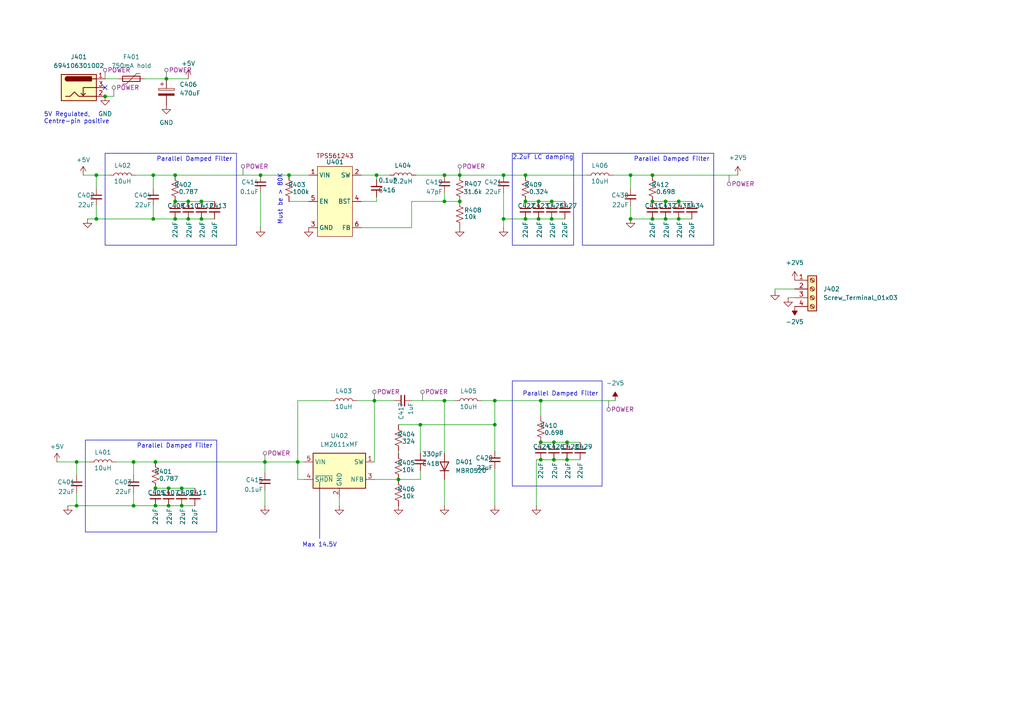
<source format=kicad_sch>
(kicad_sch (version 20250114) (generator "eeschema") (generator_version "9.0")
  (paper "A4")
  (lib_symbols
    (symbol "Connector:Barrel_Jack_Switch" (pin_names (hide yes))
      (property "Reference" "J" (at 0 5.334 0))
      (property "Value" "Barrel_Jack_Switch" (at 0 -5.08 0))
      (symbol "Barrel_Jack_Switch_0_1"
        (rectangle (start -5.08 3.81) (end 5.08 -3.81) (stroke (width 0.254)) (fill (type background)))
        (polyline (pts (xy -3.81 -2.54) (xy -2.54 -2.54) (xy -1.27 -1.27) (xy 0 -2.54) (xy 2.54 -2.54) (xy 5.08 -2.54)) (stroke (width 0.254)))
        (arc (start -3.302 1.905) (mid -3.9343 2.54) (end -3.302 3.175) (stroke (width 0.254)))
        (arc (start -3.302 1.905) (mid -3.9343 2.54) (end -3.302 3.175) (stroke (width 0.254)) (fill (type outline)))
        (polyline (pts (xy 1.27 -2.286) (xy 1.905 -1.651)) (stroke (width 0.254)))
        (rectangle (start 3.683 3.175) (end -3.302 1.905) (stroke (width 0.254)) (fill (type outline)))
        (polyline (pts (xy 5.08 2.54) (xy 3.81 2.54)) (stroke (width 0.254)))
        (polyline (pts (xy 5.08 0) (xy 1.27 0) (xy 1.27 -2.286) (xy 0.635 -1.651)) (stroke (width 0.254)))
      )
      (symbol "Barrel_Jack_Switch_1_1"
        (pin passive line (at 7.62 2.54 180) (length 2.54) (name "~") (number "1"))
        (pin passive line (at 7.62 0 180) (length 2.54) (name "~") (number "3"))
        (pin passive line (at 7.62 -2.54 180) (length 2.54) (name "~") (number "2"))
      )
    )
    (symbol "Connector:Screw_Terminal_01x04" (pin_names (offset 1.016) (hide yes))
      (property "Reference" "J" (at 0 5.08 0))
      (property "Value" "Screw_Terminal_01x04" (at 0 -7.62 0))
      (symbol "Screw_Terminal_01x04_1_1"
        (rectangle (start -1.27 3.81) (end 1.27 -6.35) (stroke (width 0.254)) (fill (type background)))
        (polyline (pts (xy -0.5334 2.8702) (xy 0.3302 2.032)) (stroke (width 0.1524)))
        (polyline (pts (xy -0.5334 0.3302) (xy 0.3302 -0.508)) (stroke (width 0.1524)))
        (polyline (pts (xy -0.5334 -2.2098) (xy 0.3302 -3.048)) (stroke (width 0.1524)))
        (polyline (pts (xy -0.5334 -4.7498) (xy 0.3302 -5.588)) (stroke (width 0.1524)))
        (polyline (pts (xy -0.3556 3.048) (xy 0.508 2.2098)) (stroke (width 0.1524)))
        (polyline (pts (xy -0.3556 0.508) (xy 0.508 -0.3302)) (stroke (width 0.1524)))
        (polyline (pts (xy -0.3556 -2.032) (xy 0.508 -2.8702)) (stroke (width 0.1524)))
        (polyline (pts (xy -0.3556 -4.572) (xy 0.508 -5.4102)) (stroke (width 0.1524)))
        (circle (center 0 2.54) (radius 0.635) (stroke (width 0.1524)))
        (circle (center 0 0) (radius 0.635) (stroke (width 0.1524)))
        (circle (center 0 -2.54) (radius 0.635) (stroke (width 0.1524)))
        (circle (center 0 -5.08) (radius 0.635) (stroke (width 0.1524)))
        (pin passive line (at -5.08 2.54 0) (length 3.81) (name "Pin_1") (number "1"))
        (pin passive line (at -5.08 0 0) (length 3.81) (name "Pin_2") (number "2"))
        (pin passive line (at -5.08 -2.54 0) (length 3.81) (name "Pin_3") (number "3"))
        (pin passive line (at -5.08 -5.08 0) (length 3.81) (name "Pin_4") (number "4"))
      )
    )
    (symbol "Device:C_Polarized" (pin_numbers (hide yes)) (pin_names (offset 0.254))
      (property "Reference" "C" (at 0.635 2.54 0))
      (property "Value" "C_Polarized" (at 0.635 -2.54 0))
      (symbol "C_Polarized_0_1"
        (rectangle (start -2.286 0.508) (end 2.286 1.016))
        (polyline (pts (xy -1.778 2.286) (xy -0.762 2.286)))
        (polyline (pts (xy -1.27 2.794) (xy -1.27 1.778)))
        (rectangle (start 2.286 -0.508) (end -2.286 -1.016) (fill (type outline)))
      )
      (symbol "C_Polarized_1_1"
        (pin passive line (at 0 3.81 270) (length 2.794) (name "~") (number "1"))
        (pin passive line (at 0 -3.81 90) (length 2.794) (name "~") (number "2"))
      )
    )
    (symbol "Device:C_Small" (pin_numbers (hide yes)) (pin_names (offset 0.254) (hide yes))
      (property "Reference" "C" (at 0.254 1.778 0))
      (property "Value" "C_Small" (at 0.254 -2.032 0))
      (symbol "C_Small_0_1"
        (polyline (pts (xy -1.524 0.508) (xy 1.524 0.508)) (stroke (width 0.3048)))
        (polyline (pts (xy -1.524 -0.508) (xy 1.524 -0.508)) (stroke (width 0.3302)))
      )
      (symbol "C_Small_1_1"
        (pin passive line (at 0 2.54 270) (length 2.032) (name "~") (number "1"))
        (pin passive line (at 0 -2.54 90) (length 2.032) (name "~") (number "2"))
      )
    )
    (symbol "Device:D" (pin_numbers (hide yes)) (pin_names (offset 1.016) (hide yes))
      (property "Reference" "D" (at 0 2.54 0))
      (property "Value" "D" (at 0 -2.54 0))
      (symbol "D_0_1"
        (polyline (pts (xy -1.27 1.27) (xy -1.27 -1.27)) (stroke (width 0.254)))
        (polyline (pts (xy 1.27 1.27) (xy 1.27 -1.27) (xy -1.27 0) (xy 1.27 1.27)) (stroke (width 0.254)))
        (polyline (pts (xy 1.27 0) (xy -1.27 0)))
      )
      (symbol "D_1_1"
        (pin passive line (at -3.81 0 0) (length 2.54) (name "K") (number "1"))
        (pin passive line (at 3.81 0 180) (length 2.54) (name "A") (number "2"))
      )
    )
    (symbol "Device:L" (pin_numbers (hide yes)) (pin_names (offset 1.016) (hide yes))
      (property "Reference" "L" (at -1.27 0 90))
      (property "Value" "L" (at 1.905 0 90))
      (symbol "L_0_1"
        (arc (start 0 2.54) (mid 0.6323 1.905) (end 0 1.27))
        (arc (start 0 1.27) (mid 0.6323 0.635) (end 0 0))
        (arc (start 0 0) (mid 0.6323 -0.635) (end 0 -1.27))
        (arc (start 0 -1.27) (mid 0.6323 -1.905) (end 0 -2.54))
      )
      (symbol "L_1_1"
        (pin passive line (at 0 3.81 270) (length 1.27) (name "1") (number "1"))
        (pin passive line (at 0 -3.81 90) (length 1.27) (name "2") (number "2"))
      )
    )
    (symbol "Device:Polyfuse" (pin_numbers (hide yes)) (pin_names (offset 0))
      (property "Reference" "F" (at -2.54 0 90))
      (property "Value" "Polyfuse" (at 2.54 0 90))
      (symbol "Polyfuse_0_1"
        (polyline (pts (xy -1.524 2.54) (xy -1.524 1.524) (xy 1.524 -1.524) (xy 1.524 -2.54)))
        (rectangle (start -0.762 2.54) (end 0.762 -2.54) (stroke (width 0.254)))
        (polyline (pts (xy 0 2.54) (xy 0 -2.54)))
      )
      (symbol "Polyfuse_1_1"
        (pin passive line (at 0 3.81 270) (length 1.27) (name "~") (number "1"))
        (pin passive line (at 0 -3.81 90) (length 1.27) (name "~") (number "2"))
      )
    )
    (symbol "Device:R_US" (pin_numbers (hide yes)) (pin_names (offset 0))
      (property "Reference" "R" (at 2.54 0 90))
      (property "Value" "R_US" (at -2.54 0 90))
      (symbol "R_US_0_1"
        (polyline (pts (xy 0 2.286) (xy 0 2.54)))
        (polyline (pts (xy 0 2.286) (xy 1.016 1.905) (xy 0 1.524) (xy -1.016 1.143) (xy 0 0.762)))
        (polyline (pts (xy 0 0.762) (xy 1.016 0.381) (xy 0 0) (xy -1.016 -0.381) (xy 0 -0.762)))
        (polyline (pts (xy 0 -0.762) (xy 1.016 -1.143) (xy 0 -1.524) (xy -1.016 -1.905) (xy 0 -2.286)))
        (polyline (pts (xy 0 -2.286) (xy 0 -2.54)))
      )
      (symbol "R_US_1_1"
        (pin passive line (at 0 3.81 270) (length 1.27) (name "~") (number "1"))
        (pin passive line (at 0 -3.81 90) (length 1.27) (name "~") (number "2"))
      )
    )
    (symbol "Regulator_Switching:LM2611xMF"
      (property "Reference" "U" (at -7.62 6.35 0))
      (property "Value" "LM2611xMF" (at 7.62 6.35 0))
      (symbol "LM2611xMF_0_1"
        (rectangle (start -7.62 5.08) (end 7.62 -5.08) (stroke (width 0.254)) (fill (type background)))
      )
      (symbol "LM2611xMF_1_1"
        (pin power_in line (at -10.16 2.54 0) (length 2.54) (name "VIN") (number "5"))
        (pin input line (at -10.16 -2.54 0) (length 2.54) (name "~{SHDN}") (number "4"))
        (pin power_in line (at 0 -7.62 90) (length 2.54) (name "GND") (number "2"))
        (pin open_collector line (at 10.16 2.54 180) (length 2.54) (name "SW") (number "1"))
        (pin input line (at 10.16 -2.54 180) (length 2.54) (name "NFB") (number "3"))
      )
    )
    (symbol "avswitch:TPS561243"
      (property "Reference" "U" (at -4.572 11.176 0))
      (symbol "TPS561243_1_1"
        (rectangle (start -5.08 10.16) (end 5.08 -10.16) (fill (type background)))
        (text "TPS561243" (at 0 13.208 0) (effects (font (size 1.27 1.27))))
        (pin power_in line (at -7.62 7.62 0) (length 2.54) (name "VIN") (number "1"))
        (pin input line (at -7.62 0 0) (length 2.54) (name "EN") (number "5"))
        (pin power_in line (at -7.62 -7.62 0) (length 2.54) (name "GND") (number "3"))
        (pin power_out line (at 7.62 7.62 180) (length 2.54) (name "SW") (number "2"))
        (pin output line (at 7.62 0 180) (length 2.54) (name "BST") (number "4"))
        (pin input line (at 7.62 -7.62 180) (length 2.54) (name "FB") (number "6"))
      )
    )
    (symbol "power:+2V5" (power) (pin_numbers (hide yes)) (pin_names (offset 0) (hide yes))
      (property "Value" "+2V5" (at 0 3.556 0))
      (symbol "+2V5_0_1"
        (polyline (pts (xy -0.762 1.27) (xy 0 2.54)))
        (polyline (pts (xy 0 2.54) (xy 0.762 1.27)))
        (polyline (pts (xy 0 0) (xy 0 2.54)))
      )
      (symbol "+2V5_1_1"
        (pin power_in line (at 0 0 90) (length 0) (name "~") (number "1"))
      )
    )
    (symbol "power:+5V" (power) (pin_numbers (hide yes)) (pin_names (offset 0) (hide yes))
      (property "Value" "+5V" (at 0 3.556 0))
      (symbol "+5V_0_1"
        (polyline (pts (xy -0.762 1.27) (xy 0 2.54)))
        (polyline (pts (xy 0 2.54) (xy 0.762 1.27)))
        (polyline (pts (xy 0 0) (xy 0 2.54)))
      )
      (symbol "+5V_1_1"
        (pin power_in line (at 0 0 90) (length 0) (name "~") (number "1"))
      )
    )
    (symbol "power:-2V5" (power) (pin_numbers (hide yes)) (pin_names (offset 0) (hide yes))
      (property "Value" "-2V5" (at 0 3.556 0))
      (symbol "-2V5_0_0"
        (pin power_in line (at 0 0 90) (length 0) (name "~") (number "1"))
      )
      (symbol "-2V5_0_1"
        (polyline (pts (xy 0 0) (xy 0 1.27) (xy 0.762 1.27) (xy 0 2.54) (xy -0.762 1.27) (xy 0 1.27)) (fill (type outline)))
      )
    )
    (symbol "power:GND" (power) (pin_numbers (hide yes)) (pin_names (offset 0) (hide yes))
      (property "Value" "GND" (at 0 -3.81 0))
      (symbol "GND_0_1"
        (polyline (pts (xy 0 0) (xy 0 -1.27) (xy 1.27 -1.27) (xy 0 -2.54) (xy -1.27 -1.27) (xy 0 -1.27)))
      )
      (symbol "GND_1_1"
        (pin power_in line (at 0 0 270) (length 0) (name "~") (number "1"))
      )
    )
  )
  (rectangle (start 148.59 44.45) (end 166.37 71.12))
  (rectangle (start 24.765 127.635) (end 62.865 154.305))
  (rectangle (start 168.91 44.45) (end 207.01 71.12))
  (rectangle (start 148.59 110.49) (end 174.625 140.97))
  (rectangle (start 30.48 44.45) (end 68.58 71.12))
  (text "Parallel Damped Filter" (at 194.818 46.228 0) (effects (font (size 1.27 1.27))))
  (text "2.2uF LC damping" (at 157.48 45.72 0) (effects (font (size 1.27 1.27))))
  (text "Parallel Damped Filter" (at 162.56 114.3 0) (effects (font (size 1.27 1.27))))
  (text "Max 14.5V" (at 92.71 158.115 0) (effects (font (size 1.27 1.27))))
  (text "Parallel Damped Filter" (at 56.388 46.228 0) (effects (font (size 1.27 1.27))))
  (text "Must be > 80K" (at 81.28 57.785 90) (effects (font (size 1.27 1.27))))
  (text "5V Regulated,\nCentre-pin positive" (at 12.7 34.29 0) (effects (font (size 1.27 1.27)) (justify left)))
  (text "Parallel Damped Filter" (at 50.673 129.413 0) (effects (font (size 1.27 1.27))))
  (junction (at 45.085 133.985))
  (junction (at 193.04 63.5))
  (junction (at 109.22 50.8))
  (junction (at 128.905 50.8))
  (junction (at 156.21 63.5))
  (junction (at 75.565 50.8))
  (junction (at 50.8 63.5))
  (junction (at 143.51 123.19))
  (junction (at 22.225 146.685))
  (junction (at 52.705 141.605))
  (junction (at 58.42 63.5))
  (junction (at 27.94 63.5))
  (junction (at 164.465 128.27))
  (junction (at 133.35 50.8))
  (junction (at 160.655 128.27))
  (junction (at 152.4 50.8))
  (junction (at 152.4 63.5))
  (junction (at 156.845 133.35))
  (junction (at 146.05 50.8))
  (junction (at 196.85 63.5))
  (junction (at 108.585 116.205))
  (junction (at 160.02 58.42))
  (junction (at 121.92 123.19))
  (junction (at 164.465 133.35))
  (junction (at 133.35 58.42))
  (junction (at 48.26 22.86))
  (junction (at 156.21 58.42))
  (junction (at 48.895 141.605))
  (junction (at 182.88 63.5))
  (junction (at 156.845 128.27))
  (junction (at 146.05 63.5))
  (junction (at 27.94 50.8))
  (junction (at 58.42 58.42))
  (junction (at 48.895 146.685))
  (junction (at 50.8 50.8))
  (junction (at 54.61 63.5))
  (junction (at 189.23 58.42))
  (junction (at 115.57 139.065))
  (junction (at 44.45 50.8))
  (junction (at 196.85 58.42))
  (junction (at 193.04 58.42))
  (junction (at 189.23 63.5))
  (junction (at 86.36 133.985))
  (junction (at 30.48 27.94))
  (junction (at 128.905 116.205))
  (junction (at 128.905 58.42))
  (junction (at 189.23 50.8))
  (junction (at 182.88 50.8))
  (junction (at 44.45 63.5))
  (junction (at 38.735 146.685))
  (junction (at 50.8 58.42))
  (junction (at 45.085 141.605))
  (junction (at 83.82 50.8))
  (junction (at 152.4 58.42))
  (junction (at 52.705 146.685))
  (junction (at 45.085 146.685))
  (junction (at 76.835 133.985))
  (junction (at 156.845 116.205))
  (junction (at 160.655 133.35))
  (junction (at 22.225 133.985))
  (junction (at 54.61 58.42))
  (junction (at 160.02 63.5))
  (junction (at 143.51 116.205))
  (junction (at 38.735 133.985))
  (no_connect (at 30.48 25.4))
  (wire (pts (xy 156.845 116.205) (xy 178.435 116.205)))
  (wire (pts (xy 86.36 116.205) (xy 95.885 116.205)))
  (wire (pts (xy 193.04 63.5) (xy 196.85 63.5)))
  (wire (pts (xy 76.835 142.24) (xy 76.835 146.685)))
  (wire (pts (xy 98.425 144.145) (xy 98.425 146.685)))
  (wire (pts (xy 182.88 59.69) (xy 182.88 63.5)))
  (wire (pts (xy 119.38 66.04) (xy 119.38 58.42)))
  (wire (pts (xy 33.655 133.985) (xy 38.735 133.985)))
  (wire (pts (xy 52.705 146.685) (xy 56.515 146.685)))
  (wire (pts (xy 121.92 123.19) (xy 143.51 123.19)))
  (wire (pts (xy 108.585 139.065) (xy 115.57 139.065)))
  (wire (pts (xy 39.37 50.8) (xy 44.45 50.8)))
  (wire (pts (xy 152.4 58.42) (xy 156.21 58.42)))
  (wire (pts (xy 22.225 133.985) (xy 26.035 133.985)))
  (wire (pts (xy 120.65 50.8) (xy 128.905 50.8)))
  (wire (pts (xy 27.94 59.69) (xy 27.94 63.5)))
  (wire (pts (xy 108.585 116.205) (xy 108.585 133.985)))
  (wire (pts (xy 50.8 50.8) (xy 75.565 50.8)))
  (wire (pts (xy 44.45 63.5) (xy 50.8 63.5)))
  (wire (pts (xy 224.79 83.82) (xy 224.79 84.455)))
  (wire (pts (xy 27.94 63.5) (xy 44.45 63.5)))
  (wire (pts (xy 119.38 116.205) (xy 128.905 116.205)))
  (wire (pts (xy 155.575 133.35) (xy 155.575 146.685)))
  (wire (pts (xy 146.05 63.5) (xy 146.05 66.04)))
  (wire (pts (xy 48.895 141.605) (xy 52.705 141.605)))
  (wire (pts (xy 44.45 50.8) (xy 50.8 50.8)))
  (wire (pts (xy 128.905 116.205) (xy 128.905 131.445)))
  (wire (pts (xy 24.13 50.8) (xy 27.94 50.8)))
  (wire (pts (xy 75.565 55.88) (xy 75.565 66.04)))
  (wire (pts (xy 22.225 133.985) (xy 22.225 137.795)))
  (wire (pts (xy 160.02 63.5) (xy 163.83 63.5)))
  (wire (pts (xy 189.23 50.8) (xy 213.995 50.8)))
  (wire (pts (xy 152.4 50.8) (xy 170.18 50.8)))
  (wire (pts (xy 133.35 50.8) (xy 146.05 50.8)))
  (wire (pts (xy 50.8 63.5) (xy 54.61 63.5)))
  (wire (pts (xy 108.585 116.205) (xy 114.3 116.205)))
  (wire (pts (xy 76.835 133.985) (xy 76.835 137.16)))
  (wire (pts (xy 115.57 130.81) (xy 115.57 131.445)))
  (wire (pts (xy 50.8 58.42) (xy 54.61 58.42)))
  (wire (pts (xy 164.465 128.27) (xy 168.275 128.27)))
  (wire (pts (xy 103.505 116.205) (xy 108.585 116.205)))
  (wire (pts (xy 143.51 116.205) (xy 156.845 116.205)))
  (wire (pts (xy 19.685 146.685) (xy 22.225 146.685)))
  (wire (pts (xy 182.88 63.5) (xy 189.23 63.5)))
  (wire (pts (xy 38.735 142.875) (xy 38.735 146.685)))
  (wire (pts (xy 139.7 116.205) (xy 143.51 116.205)))
  (wire (pts (xy 143.51 116.205) (xy 143.51 123.19)))
  (wire (pts (xy 156.845 116.205) (xy 156.845 120.65)))
  (wire (pts (xy 83.82 50.8) (xy 89.535 50.8)))
  (wire (pts (xy 52.705 141.605) (xy 56.515 141.605)))
  (wire (pts (xy 146.05 50.8) (xy 152.4 50.8)))
  (wire (pts (xy 193.04 58.42) (xy 196.85 58.42)))
  (wire (pts (xy 160.655 133.35) (xy 164.465 133.35)))
  (wire (pts (xy 104.775 58.42) (xy 109.22 58.42)))
  (wire (pts (xy 164.465 133.35) (xy 168.275 133.35)))
  (wire (pts (xy 16.51 133.985) (xy 22.225 133.985)))
  (wire (pts (xy 86.36 133.985) (xy 88.265 133.985)))
  (wire (pts (xy 45.085 146.685) (xy 48.895 146.685)))
  (wire (pts (xy 143.51 135.89) (xy 143.51 146.685)))
  (wire (pts (xy 156.21 63.5) (xy 160.02 63.5)))
  (wire (pts (xy 115.57 139.065) (xy 121.92 139.065)))
  (wire (pts (xy 25.4 63.5) (xy 27.94 63.5)))
  (wire (pts (xy 228.6 86.36) (xy 230.505 86.36)))
  (wire (pts (xy 27.94 50.8) (xy 27.94 54.61)))
  (wire (pts (xy 44.45 50.8) (xy 44.45 54.61)))
  (wire (pts (xy 177.8 50.8) (xy 182.88 50.8)))
  (wire (pts (xy 45.085 141.605) (xy 48.895 141.605)))
  (wire (pts (xy 27.94 50.8) (xy 31.75 50.8)))
  (wire (pts (xy 104.775 66.04) (xy 119.38 66.04)))
  (wire (pts (xy 41.91 22.86) (xy 48.26 22.86)))
  (wire (pts (xy 128.905 116.205) (xy 132.08 116.205)))
  (wire (pts (xy 54.61 58.42) (xy 58.42 58.42)))
  (wire (pts (xy 86.36 139.065) (xy 86.36 133.985)))
  (wire (pts (xy 128.905 58.42) (xy 128.905 55.88)))
  (wire (pts (xy 104.775 50.8) (xy 109.22 50.8)))
  (wire (pts (xy 189.23 63.5) (xy 193.04 63.5)))
  (wire (pts (xy 30.48 22.86) (xy 34.29 22.86)))
  (polyline (pts (xy 92.71 139.7) (xy 92.71 156.21)))
  (wire (pts (xy 155.575 133.35) (xy 156.845 133.35)))
  (wire (pts (xy 196.85 58.42) (xy 200.66 58.42)))
  (wire (pts (xy 146.05 63.5) (xy 152.4 63.5)))
  (wire (pts (xy 48.26 22.86) (xy 54.61 22.86)))
  (wire (pts (xy 22.225 146.685) (xy 38.735 146.685)))
  (wire (pts (xy 128.905 50.8) (xy 133.35 50.8)))
  (wire (pts (xy 115.57 123.19) (xy 121.92 123.19)))
  (wire (pts (xy 121.92 139.065) (xy 121.92 136.525)))
  (wire (pts (xy 45.085 133.985) (xy 76.835 133.985)))
  (wire (pts (xy 58.42 63.5) (xy 62.23 63.5)))
  (wire (pts (xy 156.21 58.42) (xy 160.02 58.42)))
  (wire (pts (xy 160.02 58.42) (xy 163.83 58.42)))
  (wire (pts (xy 196.85 63.5) (xy 200.66 63.5)))
  (wire (pts (xy 128.905 58.42) (xy 133.35 58.42)))
  (wire (pts (xy 109.22 50.8) (xy 109.22 52.07)))
  (wire (pts (xy 109.22 50.8) (xy 113.03 50.8)))
  (wire (pts (xy 48.895 146.685) (xy 52.705 146.685)))
  (wire (pts (xy 22.225 142.875) (xy 22.225 146.685)))
  (wire (pts (xy 160.655 128.27) (xy 164.465 128.27)))
  (wire (pts (xy 189.23 58.42) (xy 193.04 58.42)))
  (wire (pts (xy 38.735 133.985) (xy 45.085 133.985)))
  (wire (pts (xy 119.38 58.42) (xy 128.905 58.42)))
  (wire (pts (xy 182.88 50.8) (xy 182.88 54.61)))
  (wire (pts (xy 76.835 133.985) (xy 86.36 133.985)))
  (wire (pts (xy 30.48 27.94) (xy 33.02 27.94)))
  (wire (pts (xy 230.505 83.82) (xy 224.79 83.82)))
  (wire (pts (xy 44.45 59.69) (xy 44.45 63.5)))
  (wire (pts (xy 83.82 58.42) (xy 89.535 58.42)))
  (wire (pts (xy 88.265 139.065) (xy 86.36 139.065)))
  (wire (pts (xy 146.05 55.88) (xy 146.05 63.5)))
  (wire (pts (xy 121.92 123.19) (xy 121.92 131.445)))
  (wire (pts (xy 128.905 139.065) (xy 128.905 146.685)))
  (wire (pts (xy 182.88 50.8) (xy 189.23 50.8)))
  (wire (pts (xy 54.61 63.5) (xy 58.42 63.5)))
  (wire (pts (xy 156.845 128.27) (xy 160.655 128.27)))
  (wire (pts (xy 75.565 50.8) (xy 83.82 50.8)))
  (wire (pts (xy 143.51 123.19) (xy 143.51 130.81)))
  (wire (pts (xy 109.22 57.15) (xy 109.22 58.42)))
  (wire (pts (xy 156.845 133.35) (xy 160.655 133.35)))
  (wire (pts (xy 38.735 133.985) (xy 38.735 137.795)))
  (wire (pts (xy 38.735 146.685) (xy 45.085 146.685)))
  (wire (pts (xy 152.4 63.5) (xy 156.21 63.5)))
  (wire (pts (xy 58.42 58.42) (xy 62.23 58.42)))
  (wire (pts (xy 86.36 116.205) (xy 86.36 133.985)))
  (netclass_flag "" (length 2.54) (shape round) (at 48.26 22.86 0) (property "Netclass" "POWER" (at 48.9585 20.32 0) (effects (justify left))))
  (netclass_flag "" (length 2.54) (shape round) (at 176.53 116.205 180) (property "Netclass" "POWER" (at 177.2285 118.745 0) (effects (justify left))))
  (netclass_flag "" (length 2.54) (shape round) (at 108.585 116.205 0) (property "Netclass" "POWER" (at 109.2835 113.665 0) (effects (justify left))))
  (netclass_flag "" (length 2.54) (shape round) (at 211.455 50.8 180) (property "Netclass" "POWER" (at 212.1535 53.34 0) (effects (justify left))))
  (netclass_flag "" (length 2.54) (shape round) (at 133.35 50.8 0) (property "Netclass" "POWER" (at 134.0485 48.26 0) (effects (justify left))))
  (netclass_flag "" (length 2.54) (shape round) (at 76.835 133.985 0) (property "Netclass" "POWER" (at 77.5335 131.445 0) (effects (justify left))))
  (netclass_flag "" (length 2.54) (shape round) (at 122.555 116.205 0) (property "Netclass" "POWER" (at 123.2535 113.665 0) (effects (justify left))))
  (netclass_flag "" (length 2.54) (shape round) (at 70.485 50.8 0) (property "Netclass" "POWER" (at 71.1835 48.26 0) (effects (justify left))))
  (netclass_flag "" (length 2.54) (shape round) (at 33.02 27.94 0) (property "Netclass" "POWER" (at 33.7185 25.4 0) (effects (justify left))))
  (netclass_flag "" (length 2.54) (shape round) (at 30.48 22.86 0) (property "Netclass" "POWER" (at 31.1785 20.32 0) (effects (justify left))))
  (symbol (lib_id "Device:C_Small") (at 50.8 60.96 0) (unit 1)
    (property "Reference" "C408" (at 48.514 59.69 0) (effects (justify left)))
    (property "Value" "22uF" (at 50.8 69.088 90) (effects (justify left)))
    (property "Footprint" "Capacitor_SMD:C_1210_3225Metric" (effects (hide yes)))
    (property "Description" "Unpolarized capacitor, small symbol" (effects (hide yes)))
  )
  (symbol (lib_id "Device:C_Polarized") (at 48.26 26.67 0) (unit 1)
    (property "Reference" "C406" (at 52.07 24.5109 0) (effects (justify left)))
    (property "Value" "470uF" (at 52.07 27.0509 0) (effects (justify left)))
    (property "Footprint" "Capacitor_THT:CP_Radial_D8.0mm_P3.50mm" (effects (hide yes)))
    (property "Description" "Polarized capacitor" (effects (hide yes)))
  )
  (symbol (lib_id "Device:C_Small") (at 196.85 60.96 0) (unit 1)
    (property "Reference" "C433" (at 195.326 59.69 0) (effects (justify left)))
    (property "Value" "22uF" (at 197.104 69.088 90) (effects (justify left)))
    (property "Footprint" "Capacitor_SMD:C_1210_3225Metric" (effects (hide yes)))
    (property "Description" "Unpolarized capacitor, small symbol" (effects (hide yes)))
  )
  (symbol (lib_id "power:-2V5") (at 230.505 88.9 180) (unit 1)
    (property "Reference" "#PWR0419" (effects (hide yes)))
    (property "Value" "-2V5" (at 230.505 93.345 0))
    (property "Description" "Power symbol creates a global label with name \"-2V5\"" (effects (hide yes)))
  )
  (symbol (lib_id "Device:R_US") (at 152.4 54.61 0) (unit 1)
    (property "Reference" "R409" (at 154.686 53.594 0))
    (property "Value" "0.324" (at 153.416 55.626 0) (effects (justify left)))
    (property "Footprint" "Resistor_SMD:R_0805_2012Metric" (effects (hide yes)))
    (property "Description" "Resistor, US symbol" (effects (hide yes)))
  )
  (symbol (lib_id "power:GND") (at 128.905 146.685 0) (unit 1)
    (property "Reference" "#PWR0410" (effects (hide yes)))
    (property "Value" "GND" (effects (hide yes)))
    (property "Description" "Power symbol creates a global label with name \"GND\" , ground" (effects (hide yes)))
  )
  (symbol (lib_id "power:GND") (at 89.535 66.04 0) (unit 1)
    (property "Reference" "#PWR0407" (effects (hide yes)))
    (property "Value" "GND" (effects (hide yes)))
    (property "Description" "Power symbol creates a global label with name \"GND\" , ground" (effects (hide yes)))
  )
  (symbol (lib_id "Device:C_Small") (at 54.61 60.96 0) (unit 1)
    (property "Reference" "C410" (at 52.578 59.69 0) (effects (justify left)))
    (property "Value" "22uF" (at 54.864 69.088 90) (effects (justify left)))
    (property "Footprint" "Capacitor_SMD:C_1210_3225Metric" (effects (hide yes)))
    (property "Description" "Unpolarized capacitor, small symbol" (effects (hide yes)))
  )
  (symbol (lib_id "Device:C_Small") (at 58.42 60.96 0) (unit 1)
    (property "Reference" "C412" (at 56.896 59.69 0) (effects (justify left)))
    (property "Value" "22uF" (at 58.674 69.088 90) (effects (justify left)))
    (property "Footprint" "Capacitor_SMD:C_1210_3225Metric" (effects (hide yes)))
    (property "Description" "Unpolarized capacitor, small symbol" (effects (hide yes)))
  )
  (symbol (lib_id "power:GND") (at 155.575 146.685 0) (unit 1)
    (property "Reference" "#PWR0414" (effects (hide yes)))
    (property "Value" "GND" (effects (hide yes)))
    (property "Description" "Power symbol creates a global label with name \"GND\" , ground" (effects (hide yes)))
  )
  (symbol (lib_id "power:GND") (at 115.57 146.685 0) (unit 1)
    (property "Reference" "#PWR0409" (effects (hide yes)))
    (property "Value" "GND" (effects (hide yes)))
    (property "Description" "Power symbol creates a global label with name \"GND\" , ground" (effects (hide yes)))
  )
  (symbol (lib_id "Device:C_Small") (at 56.515 144.145 0) (unit 1)
    (property "Reference" "C411" (at 54.991 142.875 0) (effects (justify left)))
    (property "Value" "22uF" (at 56.515 152.273 90) (effects (justify left)))
    (property "Footprint" "Capacitor_SMD:C_1210_3225Metric" (effects (hide yes)))
    (property "Description" "Unpolarized capacitor, small symbol" (effects (hide yes)))
  )
  (symbol (lib_id "power:+2V5") (at 213.995 50.8 0) (unit 1)
    (property "Reference" "#PWR0417" (effects (hide yes)))
    (property "Value" "+2V5" (at 213.995 45.72 0))
    (property "Description" "Power symbol creates a global label with name \"+2V5\"" (effects (hide yes)))
  )
  (symbol (lib_id "Device:R_US") (at 115.57 135.255 0) (unit 1)
    (property "Reference" "R405" (at 117.856 134.239 0))
    (property "Value" "10k" (at 116.586 136.271 0) (effects (justify left)))
    (property "Footprint" "Resistor_SMD:R_0805_2012Metric" (effects (hide yes)))
    (property "Description" "Resistor, US symbol" (effects (hide yes)))
  )
  (symbol (lib_id "power:GND") (at 19.685 146.685 0) (unit 1)
    (property "Reference" "#PWR0401" (effects (hide yes)))
    (property "Value" "GND" (effects (hide yes)))
    (property "Description" "Power symbol creates a global label with name \"GND\" , ground" (effects (hide yes)))
  )
  (symbol (lib_id "power:GND") (at 143.51 146.685 0) (unit 1)
    (property "Reference" "#PWR0412" (effects (hide yes)))
    (property "Value" "GND" (effects (hide yes)))
    (property "Description" "Power symbol creates a global label with name \"GND\" , ground" (effects (hide yes)))
  )
  (symbol (lib_id "Device:C_Small") (at 22.225 140.335 0) (unit 1)
    (property "Reference" "C401" (at 16.637 139.827 0) (effects (justify left)))
    (property "Value" "22uF" (at 21.717 142.621 0) (effects (justify right)))
    (property "Footprint" "Capacitor_SMD:C_1210_3225Metric" (effects (hide yes)))
    (property "Description" "25V" (effects (hide yes)))
  )
  (symbol (lib_id "Device:R_US") (at 115.57 127 0) (unit 1)
    (property "Reference" "R404" (at 117.856 125.984 0))
    (property "Value" "324" (at 116.586 128.016 0) (effects (justify left)))
    (property "Footprint" "Resistor_SMD:R_0805_2012Metric" (effects (hide yes)))
    (property "Description" "Resistor, US symbol" (effects (hide yes)))
  )
  (symbol (lib_id "Regulator_Switching:LM2611xMF") (at 98.425 136.525 0) (unit 1)
    (property "Reference" "U402" (at 98.425 126.365 0))
    (property "Value" "LM2611xMF" (at 98.425 128.905 0))
    (property "Footprint" "Package_TO_SOT_SMD:SOT-23-5" (effects (hide yes)))
    (property "Datasheet" "https://www.ti.com/lit/ds/symlink/lm2611.pdf" (effects (hide yes)))
    (property "Description" "1.4MHz Cuk Converter, SOT-23-5" (effects (hide yes)))
  )
  (symbol (lib_id "Device:C_Small") (at 164.465 130.81 0) (unit 1)
    (property "Reference" "C428" (at 162.941 129.54 0) (effects (justify left)))
    (property "Value" "22uF" (at 164.719 138.938 90) (effects (justify left)))
    (property "Footprint" "Capacitor_SMD:C_1210_3225Metric" (effects (hide yes)))
    (property "Description" "Unpolarized capacitor, small symbol" (effects (hide yes)))
  )
  (symbol (lib_id "Device:C_Small") (at 128.905 53.34 0) (unit 1)
    (property "Reference" "C419" (at 123.317 52.832 0) (effects (justify left)))
    (property "Value" "47pF" (at 128.397 55.626 0) (effects (justify right)))
    (property "Footprint" "Capacitor_SMD:C_0402_1005Metric" (effects (hide yes)))
    (property "Description" "Unpolarized capacitor, small symbol" (effects (hide yes)))
  )
  (symbol (lib_id "Device:C_Small") (at 160.02 60.96 0) (unit 1)
    (property "Reference" "C425" (at 158.496 59.69 0) (effects (justify left)))
    (property "Value" "22uF" (at 160.274 69.088 90) (effects (justify left)))
    (property "Footprint" "Capacitor_SMD:C_1210_3225Metric" (effects (hide yes)))
    (property "Description" "Unpolarized capacitor, small symbol" (effects (hide yes)))
  )
  (symbol (lib_id "Device:C_Small") (at 48.895 144.145 0) (unit 1)
    (property "Reference" "C407" (at 46.863 142.875 0) (effects (justify left)))
    (property "Value" "22uF" (at 49.149 152.273 90) (effects (justify left)))
    (property "Footprint" "Capacitor_SMD:C_1210_3225Metric" (effects (hide yes)))
    (property "Description" "Unpolarized capacitor, small symbol" (effects (hide yes)))
  )
  (symbol (lib_id "power:+5V") (at 54.61 22.86 0) (unit 1)
    (property "Reference" "#PWR0422" (effects (hide yes)))
    (property "Value" "+5V" (at 54.61 18.415 0))
    (property "Description" "Power symbol creates a global label with name \"+5V\"" (effects (hide yes)))
  )
  (symbol (lib_id "Device:Polyfuse") (at 38.1 22.86 90) (unit 1)
    (property "Reference" "F401" (at 38.1 16.51 90))
    (property "Value" "750mA hold" (at 38.1 19.05 90))
    (property "Footprint" "Fuse:Fuse_1812_4532Metric" (effects (hide yes)))
    (property "Description" "Resettable fuse, polymeric positive temperature coefficient" (effects (hide yes)))
  )
  (symbol (lib_id "Device:R_US") (at 189.23 54.61 0) (unit 1)
    (property "Reference" "R412" (at 191.516 53.594 0))
    (property "Value" "0.698" (at 190.246 55.626 0) (effects (justify left)))
    (property "Footprint" "Resistor_SMD:R_0805_2012Metric" (effects (hide yes)))
    (property "Description" "Resistor, US symbol" (effects (hide yes)))
  )
  (symbol (lib_id "Device:C_Small") (at 200.66 60.96 0) (unit 1)
    (property "Reference" "C434" (at 199.136 59.69 0) (effects (justify left)))
    (property "Value" "22uF" (at 200.66 69.088 90) (effects (justify left)))
    (property "Footprint" "Capacitor_SMD:C_1210_3225Metric" (effects (hide yes)))
    (property "Description" "Unpolarized capacitor, small symbol" (effects (hide yes)))
  )
  (symbol (lib_id "power:GND") (at 146.05 66.04 0) (unit 1)
    (property "Reference" "#PWR0413" (effects (hide yes)))
    (property "Value" "GND" (effects (hide yes)))
    (property "Description" "Power symbol creates a global label with name \"GND\" , ground" (effects (hide yes)))
  )
  (symbol (lib_id "power:GND") (at 98.425 146.685 0) (unit 1)
    (property "Reference" "#PWR0408" (effects (hide yes)))
    (property "Value" "GND" (effects (hide yes)))
    (property "Description" "Power symbol creates a global label with name \"GND\" , ground" (effects (hide yes)))
  )
  (symbol (lib_id "Connector:Screw_Terminal_01x04") (at 235.585 83.82 0) (unit 1)
    (property "Reference" "J402" (at 238.76 83.8199 0) (effects (justify left)))
    (property "Value" "Screw_Terminal_01x03" (at 238.76 86.3599 0) (effects (justify left)))
    (property "Footprint" "TerminalBlock:TerminalBlock_MaiXu_MX126-5.0-04P_1x04_P5.00mm" (effects (hide yes)))
    (property "Description" "Generic 5mm pitch terminal block" (effects (hide yes)))
  )
  (symbol (lib_id "power:GND") (at 30.48 27.94 0) (unit 1)
    (property "Reference" "#PWR0403" (effects (hide yes)))
    (property "Value" "GND" (at 30.48 33.02 0))
    (property "Description" "Power symbol creates a global label with name \"GND\" , ground" (effects (hide yes)))
  )
  (symbol (lib_id "power:+5V") (at 24.13 50.8 0) (unit 1)
    (property "Reference" "#PWR0423" (effects (hide yes)))
    (property "Value" "+5V" (at 24.13 46.355 0))
    (property "Description" "Power symbol creates a global label with name \"+5V\"" (effects (hide yes)))
  )
  (symbol (lib_id "power:-2V5") (at 178.435 116.205 0) (unit 1)
    (property "Reference" "#PWR0415" (effects (hide yes)))
    (property "Value" "-2V5" (at 178.435 111.125 0))
    (property "Description" "Power symbol creates a global label with name \"-2V5\"" (effects (hide yes)))
  )
  (symbol (lib_id "power:GND") (at 182.88 63.5 0) (unit 1)
    (property "Reference" "#PWR0416" (effects (hide yes)))
    (property "Value" "GND" (effects (hide yes)))
    (property "Description" "Power symbol creates a global label with name \"GND\" , ground" (effects (hide yes)))
  )
  (symbol (lib_id "Device:L") (at 116.84 50.8 90) (unit 1)
    (property "Reference" "L404" (at 116.84 48.006 90))
    (property "Value" "2.2uH" (at 116.84 52.578 90))
    (property "Footprint" "Inductor_SMD:L_Taiyo-Yuden_NR-40xx" (effects (hide yes)))
    (property "Description" "Inductor" (effects (hide yes)))
  )
  (symbol (lib_id "Device:C_Small") (at 121.92 133.985 180) (unit 1)
    (property "Reference" "C418" (at 127.508 134.493 0) (effects (justify left)))
    (property "Value" "330pF" (at 122.428 131.699 0) (effects (justify right)))
    (property "Footprint" "Capacitor_SMD:C_0402_1005Metric" (effects (hide yes)))
    (property "Description" "Unpolarized capacitor, small symbol" (effects (hide yes)))
  )
  (symbol (lib_id "Device:R_US") (at 45.085 137.795 0) (unit 1)
    (property "Reference" "R401" (at 47.371 136.779 0))
    (property "Value" "0.787" (at 46.101 138.811 0) (effects (justify left)))
    (property "Footprint" "Resistor_SMD:R_0805_2012Metric" (effects (hide yes)))
    (property "Description" "Resistor, US symbol" (effects (hide yes)))
  )
  (symbol (lib_id "Device:R_US") (at 115.57 142.875 0) (unit 1)
    (property "Reference" "R406" (at 117.856 141.859 0))
    (property "Value" "10k" (at 116.586 143.891 0) (effects (justify left)))
    (property "Footprint" "Resistor_SMD:R_0805_2012Metric" (effects (hide yes)))
    (property "Description" "Resistor, US symbol" (effects (hide yes)))
  )
  (symbol (lib_id "Device:C_Small") (at 168.275 130.81 0) (unit 1)
    (property "Reference" "C429" (at 166.751 129.54 0) (effects (justify left)))
    (property "Value" "22uF" (at 168.275 138.938 90) (effects (justify left)))
    (property "Footprint" "Capacitor_SMD:C_1210_3225Metric" (effects (hide yes)))
    (property "Description" "Unpolarized capacitor, small symbol" (effects (hide yes)))
  )
  (symbol (lib_id "Device:R_US") (at 133.35 54.61 0) (unit 1)
    (property "Reference" "R407" (at 137.16 53.34 0))
    (property "Value" "31.6k" (at 134.366 55.626 0) (effects (justify left)))
    (property "Footprint" "Resistor_SMD:R_0805_2012Metric" (effects (hide yes)))
    (property "Description" "Resistor, US symbol" (effects (hide yes)))
  )
  (symbol (lib_id "Device:C_Small") (at 62.23 60.96 0) (unit 1)
    (property "Reference" "C413" (at 60.706 59.69 0) (effects (justify left)))
    (property "Value" "22uF" (at 62.23 69.088 90) (effects (justify left)))
    (property "Footprint" "Capacitor_SMD:C_1210_3225Metric" (effects (hide yes)))
    (property "Description" "Unpolarized capacitor, small symbol" (effects (hide yes)))
  )
  (symbol (lib_id "Device:L") (at 29.845 133.985 90) (unit 1)
    (property "Reference" "L401" (at 29.845 131.191 90))
    (property "Value" "10uH" (at 29.845 135.763 90))
    (property "Footprint" "Inductor_SMD:L_Taiyo-Yuden_NR-60xx" (effects (hide yes)))
    (property "Description" "Inductor" (effects (hide yes)))
  )
  (symbol (lib_id "Device:C_Small") (at 193.04 60.96 0) (unit 1)
    (property "Reference" "C432" (at 191.008 59.69 0) (effects (justify left)))
    (property "Value" "22uF" (at 193.294 69.088 90) (effects (justify left)))
    (property "Footprint" "Capacitor_SMD:C_1210_3225Metric" (effects (hide yes)))
    (property "Description" "Unpolarized capacitor, small symbol" (effects (hide yes)))
  )
  (symbol (lib_id "Device:C_Small") (at 27.94 57.15 0) (unit 1)
    (property "Reference" "C402" (at 22.352 56.642 0) (effects (justify left)))
    (property "Value" "22uF" (at 27.432 59.436 0) (effects (justify right)))
    (property "Footprint" "Capacitor_SMD:C_1210_3225Metric" (effects (hide yes)))
    (property "Description" "Unpolarized capacitor, small symbol" (effects (hide yes)))
  )
  (symbol (lib_id "Device:C_Small") (at 156.21 60.96 0) (unit 1)
    (property "Reference" "C423" (at 154.178 59.69 0) (effects (justify left)))
    (property "Value" "22uF" (at 156.464 69.088 90) (effects (justify left)))
    (property "Footprint" "Capacitor_SMD:C_1210_3225Metric" (effects (hide yes)))
    (property "Description" "Unpolarized capacitor, small symbol" (effects (hide yes)))
  )
  (symbol (lib_id "Device:C_Small") (at 182.88 57.15 0) (unit 1)
    (property "Reference" "C430" (at 177.292 56.642 0) (effects (justify left)))
    (property "Value" "22uF" (at 182.372 59.436 0) (effects (justify right)))
    (property "Footprint" "Capacitor_SMD:C_1210_3225Metric" (effects (hide yes)))
    (property "Description" "Unpolarized capacitor, small symbol" (effects (hide yes)))
  )
  (symbol (lib_id "power:GND") (at 75.565 66.04 0) (unit 1)
    (property "Reference" "#PWR0405" (effects (hide yes)))
    (property "Value" "GND" (effects (hide yes)))
    (property "Description" "Power symbol creates a global label with name \"GND\" , ground" (effects (hide yes)))
  )
  (symbol (lib_id "power:GND") (at 228.6 86.36 0) (unit 1)
    (property "Reference" "#PWR0421" (effects (hide yes)))
    (property "Value" "GND" (effects (hide yes)))
    (property "Description" "Power symbol creates a global label with name \"GND\" , ground" (effects (hide yes)))
  )
  (symbol (lib_id "Device:C_Small") (at 163.83 60.96 0) (unit 1)
    (property "Reference" "C427" (at 162.306 59.69 0) (effects (justify left)))
    (property "Value" "22uF" (at 163.83 69.088 90) (effects (justify left)))
    (property "Footprint" "Capacitor_SMD:C_1210_3225Metric" (effects (hide yes)))
    (property "Description" "Unpolarized capacitor, small symbol" (effects (hide yes)))
  )
  (symbol (lib_id "Device:C_Small") (at 146.05 53.34 0) (unit 1)
    (property "Reference" "C421" (at 140.462 52.832 0) (effects (justify left)))
    (property "Value" "22uF" (at 145.542 55.626 0) (effects (justify right)))
    (property "Footprint" "Capacitor_SMD:C_1210_3225Metric" (effects (hide yes)))
    (property "Description" "Unpolarized capacitor, small symbol" (effects (hide yes)))
  )
  (symbol (lib_id "power:+2V5") (at 230.505 81.28 0) (unit 1)
    (property "Reference" "#PWR0418" (effects (hide yes)))
    (property "Value" "+2V5" (at 230.505 76.2 0))
    (property "Description" "Power symbol creates a global label with name \"+2V5\"" (effects (hide yes)))
  )
  (symbol (lib_id "Connector:Barrel_Jack_Switch") (at 22.86 25.4 0) (unit 1)
    (property "Reference" "J401" (at 22.86 16.51 0))
    (property "Value" "694106301002" (at 22.86 19.05 0))
    (property "Footprint" "Connector_BarrelJack:BarrelJack_Wuerth_6941xx301002" (effects (hide yes)))
    (property "Datasheet" "https://www.we-online.com/components/products/datasheet/694106301002.pdf" (effects (hide yes)))
    (property "Description" "DC Barrel Jack, 2.1 inner 5.5 outer Wurth 694106301002" (effects (hide yes)))
  )
  (symbol (lib_id "Device:D") (at 128.905 135.255 90) (unit 1)
    (property "Reference" "D401" (at 132.08 133.9849 90) (effects (justify right)))
    (property "Value" "MBR0520" (at 132.08 136.5249 90) (effects (justify right)))
    (property "Footprint" "Diode_SMD:D_SOD-123" (effects (hide yes)))
    (property "Description" "SCHOTTKY 20V 500MA" (effects (hide yes)))
    (property "Sim.Device" "D" (effects (hide yes)))
    (property "Sim.Pins" "1=K 2=A" (effects (hide yes)))
  )
  (symbol (lib_id "Device:L") (at 173.99 50.8 90) (unit 1)
    (property "Reference" "L406" (at 173.99 48.006 90))
    (property "Value" "10uH" (at 173.99 52.578 90))
    (property "Footprint" "Inductor_SMD:L_Taiyo-Yuden_NR-60xx" (effects (hide yes)))
    (property "Description" "Inductor" (effects (hide yes)))
  )
  (symbol (lib_id "Device:C_Small") (at 143.51 133.35 0) (unit 1)
    (property "Reference" "C420" (at 137.922 132.842 0) (effects (justify left)))
    (property "Value" "22uF" (at 143.002 135.636 0) (effects (justify right)))
    (property "Footprint" "Capacitor_SMD:C_1210_3225Metric" (effects (hide yes)))
    (property "Description" "Unpolarized capacitor, small symbol" (effects (hide yes)))
  )
  (symbol (lib_id "power:GND") (at 224.79 84.455 0) (unit 1)
    (property "Reference" "#PWR0420" (effects (hide yes)))
    (property "Value" "GND" (effects (hide yes)))
    (property "Description" "Power symbol creates a global label with name \"GND\" , ground" (effects (hide yes)))
  )
  (symbol (lib_id "power:GND") (at 48.26 30.48 0) (unit 1)
    (property "Reference" "#PWR0404" (effects (hide yes)))
    (property "Value" "GND" (at 48.26 35.56 0))
    (property "Description" "Power symbol creates a global label with name \"GND\" , ground" (effects (hide yes)))
  )
  (symbol (lib_id "Device:C_Small") (at 156.845 130.81 0) (unit 1)
    (property "Reference" "C424" (at 154.559 129.54 0) (effects (justify left)))
    (property "Value" "22uF" (at 156.845 138.938 90) (effects (justify left)))
    (property "Footprint" "Capacitor_SMD:C_1210_3225Metric" (effects (hide yes)))
    (property "Description" "Unpolarized capacitor, small symbol" (effects (hide yes)))
  )
  (symbol (lib_id "power:GND") (at 133.35 66.04 0) (unit 1)
    (property "Reference" "#PWR0411" (effects (hide yes)))
    (property "Value" "GND" (effects (hide yes)))
    (property "Description" "Power symbol creates a global label with name \"GND\" , ground" (effects (hide yes)))
  )
  (symbol (lib_id "Device:C_Small") (at 152.4 60.96 0) (unit 1)
    (property "Reference" "C422" (at 150.114 59.69 0) (effects (justify left)))
    (property "Value" "22uF" (at 152.4 69.088 90) (effects (justify left)))
    (property "Footprint" "Capacitor_SMD:C_1210_3225Metric" (effects (hide yes)))
    (property "Description" "Unpolarized capacitor, small symbol" (effects (hide yes)))
  )
  (symbol (lib_id "Device:C_Small") (at 116.84 116.205 90) (unit 1)
    (property "Reference" "C417" (at 116.332 121.793 0) (effects (justify left)))
    (property "Value" "1uF" (at 119.126 116.713 0) (effects (justify right)))
    (property "Footprint" "Capacitor_SMD:C_0402_1005Metric" (effects (hide yes)))
    (property "Description" "Unpolarized capacitor, small symbol" (effects (hide yes)))
  )
  (symbol (lib_id "power:GND") (at 76.835 146.685 0) (unit 1)
    (property "Reference" "#PWR0406" (effects (hide yes)))
    (property "Value" "GND" (effects (hide yes)))
    (property "Description" "Power symbol creates a global label with name \"GND\" , ground" (effects (hide yes)))
  )
  (symbol (lib_id "Device:R_US") (at 133.35 62.23 0) (unit 1)
    (property "Reference" "R408" (at 137.16 60.96 0))
    (property "Value" "10k" (at 134.62 62.865 0) (effects (justify left)))
    (property "Footprint" "Resistor_SMD:R_0805_2012Metric" (effects (hide yes)))
    (property "Description" "Resistor, US symbol" (effects (hide yes)))
  )
  (symbol (lib_id "Device:C_Small") (at 109.22 54.61 180) (unit 1)
    (property "Reference" "C416" (at 114.808 55.118 0) (effects (justify left)))
    (property "Value" "0.1uF" (at 109.728 52.324 0) (effects (justify right)))
    (property "Footprint" "Capacitor_SMD:C_0402_1005Metric" (effects (hide yes)))
    (property "Description" "Unpolarized capacitor, small symbol" (effects (hide yes)))
  )
  (symbol (lib_id "Device:R_US") (at 83.82 54.61 0) (unit 1)
    (property "Reference" "R403" (at 86.106 53.594 0))
    (property "Value" "100k" (at 84.836 55.626 0) (effects (justify left)))
    (property "Footprint" "Resistor_SMD:R_0805_2012Metric" (effects (hide yes)))
    (property "Description" "Resistor, US symbol" (effects (hide yes)))
  )
  (symbol (lib_id "Device:R_US") (at 156.845 124.46 0) (unit 1)
    (property "Reference" "R410" (at 159.131 123.444 0))
    (property "Value" "0.698" (at 157.861 125.476 0) (effects (justify left)))
    (property "Footprint" "Resistor_SMD:R_0805_2012Metric" (effects (hide yes)))
    (property "Description" "Resistor, US symbol" (effects (hide yes)))
  )
  (symbol (lib_id "Device:L") (at 99.695 116.205 90) (unit 1)
    (property "Reference" "L403" (at 99.695 113.411 90))
    (property "Value" "10uH" (at 99.695 117.983 90))
    (property "Footprint" "Inductor_SMD:L_Taiyo-Yuden_NR-60xx" (effects (hide yes)))
    (property "Description" "Inductor" (effects (hide yes)))
  )
  (symbol (lib_id "Device:C_Small") (at 52.705 144.145 0) (unit 1)
    (property "Reference" "C409" (at 51.181 142.875 0) (effects (justify left)))
    (property "Value" "22uF" (at 52.959 152.273 90) (effects (justify left)))
    (property "Footprint" "Capacitor_SMD:C_1210_3225Metric" (effects (hide yes)))
    (property "Description" "Unpolarized capacitor, small symbol" (effects (hide yes)))
  )
  (symbol (lib_id "Device:L") (at 35.56 50.8 90) (unit 1)
    (property "Reference" "L402" (at 35.56 48.006 90))
    (property "Value" "10uH" (at 35.56 52.578 90))
    (property "Footprint" "Inductor_SMD:L_Taiyo-Yuden_NR-60xx" (effects (hide yes)))
    (property "Description" "Inductor" (effects (hide yes)))
  )
  (symbol (lib_id "power:GND") (at 25.4 63.5 0) (unit 1)
    (property "Reference" "#PWR0402" (effects (hide yes)))
    (property "Value" "GND" (effects (hide yes)))
    (property "Description" "Power symbol creates a global label with name \"GND\" , ground" (effects (hide yes)))
  )
  (symbol (lib_id "Device:C_Small") (at 189.23 60.96 0) (unit 1)
    (property "Reference" "C431" (at 186.944 59.69 0) (effects (justify left)))
    (property "Value" "22uF" (at 189.23 69.088 90) (effects (justify left)))
    (property "Footprint" "Capacitor_SMD:C_1210_3225Metric" (effects (hide yes)))
    (property "Description" "Unpolarized capacitor, small symbol" (effects (hide yes)))
  )
  (symbol (lib_id "power:+5V") (at 16.51 133.985 0) (unit 1)
    (property "Reference" "#PWR0424" (effects (hide yes)))
    (property "Value" "+5V" (at 16.51 129.54 0))
    (property "Description" "Power symbol creates a global label with name \"+5V\"" (effects (hide yes)))
  )
  (symbol (lib_id "Device:R_US") (at 50.8 54.61 0) (unit 1)
    (property "Reference" "R402" (at 53.086 53.594 0))
    (property "Value" "0.787" (at 51.816 55.626 0) (effects (justify left)))
    (property "Footprint" "Resistor_SMD:R_0805_2012Metric" (effects (hide yes)))
    (property "Description" "Resistor, US symbol" (effects (hide yes)))
  )
  (symbol (lib_id "Device:C_Small") (at 76.835 139.7 0) (unit 1)
    (property "Reference" "C415" (at 71.247 139.192 0) (effects (justify left)))
    (property "Value" "0.1uF" (at 76.327 141.986 0) (effects (justify right)))
    (property "Footprint" "Capacitor_SMD:C_0402_1005Metric" (effects (hide yes)))
    (property "Description" "25V" (effects (hide yes)))
  )
  (symbol (lib_id "Device:C_Small") (at 160.655 130.81 0) (unit 1)
    (property "Reference" "C426" (at 158.623 129.54 0) (effects (justify left)))
    (property "Value" "22uF" (at 160.909 138.938 90) (effects (justify left)))
    (property "Footprint" "Capacitor_SMD:C_1210_3225Metric" (effects (hide yes)))
    (property "Description" "Unpolarized capacitor, small symbol" (effects (hide yes)))
  )
  (symbol (lib_id "avswitch:TPS561243") (at 97.155 58.42 0) (unit 1)
    (property "Reference" "U401" (at 97.155 46.99 0))
    (property "Value" "TPS561243DRLR" (effects (hide yes)))
    (property "Footprint" "Package_TO_SOT_SMD:SOT-563" (effects (hide yes)))
  )
  (symbol (lib_id "Device:C_Small") (at 44.45 57.15 0) (unit 1)
    (property "Reference" "C404" (at 38.862 56.642 0) (effects (justify left)))
    (property "Value" "22uF" (at 43.942 59.436 0) (effects (justify right)))
    (property "Footprint" "Capacitor_SMD:C_1210_3225Metric" (effects (hide yes)))
    (property "Description" "Unpolarized capacitor, small symbol" (effects (hide yes)))
  )
  (symbol (lib_id "Device:L") (at 135.89 116.205 90) (unit 1)
    (property "Reference" "L405" (at 135.89 113.411 90))
    (property "Value" "10uH" (at 135.89 117.983 90))
    (property "Footprint" "Inductor_SMD:L_Taiyo-Yuden_NR-60xx" (effects (hide yes)))
    (property "Description" "Inductor" (effects (hide yes)))
  )
  (symbol (lib_id "Device:C_Small") (at 38.735 140.335 0) (unit 1)
    (property "Reference" "C403" (at 33.147 139.827 0) (effects (justify left)))
    (property "Value" "22uF" (at 38.227 142.621 0) (effects (justify right)))
    (property "Footprint" "Capacitor_SMD:C_1210_3225Metric" (effects (hide yes)))
    (property "Description" "Unpolarized capacitor, small symbol" (effects (hide yes)))
  )
  (symbol (lib_id "Device:C_Small") (at 45.085 144.145 0) (unit 1)
    (property "Reference" "C405" (at 42.799 142.875 0) (effects (justify left)))
    (property "Value" "22uF" (at 45.085 152.273 90) (effects (justify left)))
    (property "Footprint" "Capacitor_SMD:C_1210_3225Metric" (effects (hide yes)))
    (property "Description" "Unpolarized capacitor, small symbol" (effects (hide yes)))
  )
  (symbol (lib_id "Device:C_Small") (at 75.565 53.34 0) (unit 1)
    (property "Reference" "C414" (at 69.977 52.832 0) (effects (justify left)))
    (property "Value" "0.1uF" (at 75.057 55.626 0) (effects (justify right)))
    (property "Footprint" "Capacitor_SMD:C_0402_1005Metric" (effects (hide yes)))
    (property "Description" "25V" (effects (hide yes)))
  )
)
</source>
